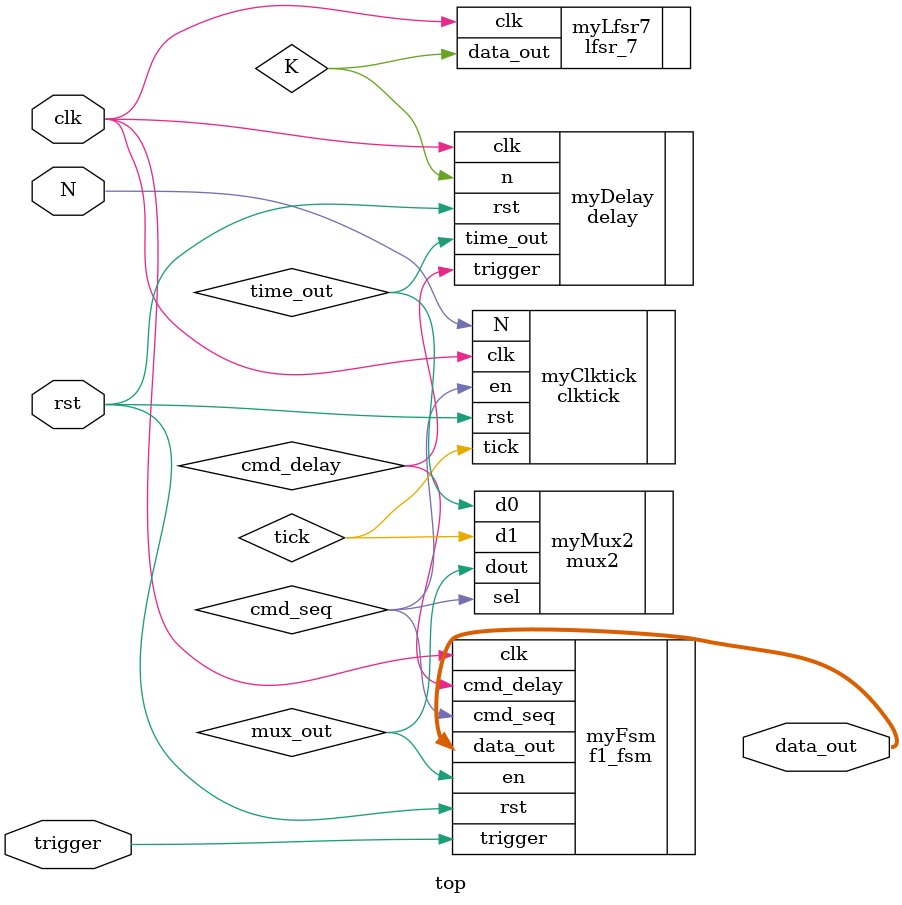
<source format=sv>
module top(
    input logic clk,
    input logic rst,
    input logic trigger,
    input logic N,
    output logic [7:0] data_out
);

logic K;
logic cmd_delay;
logic cmd_seq;
logic time_out;
logic tick;
logic mux_out;

lfsr_7 myLfsr7(
    .clk(clk),
    .data_out(K)
);

delay myDelay(
    .clk(clk),
    .rst(rst),
    .trigger(cmd_delay),
    .n(K),
    .time_out(time_out)
);

clktick myClktick(
    .clk(clk),
    .rst(rst),
    .en(cmd_seq),
    .N(N),
    .tick(tick)
);

mux2 myMux2(
    .sel(cmd_seq),
    .d0(time_out),
    .d1(tick),
    .dout(mux_out)
);

f1_fsm myFsm(
    .clk(clk),
    .rst(rst),
    .en(mux_out),
    .trigger(trigger),
    .data_out(data_out),
    .cmd_seq(cmd_seq),
    .cmd_delay(cmd_delay)
);

endmodule

</source>
